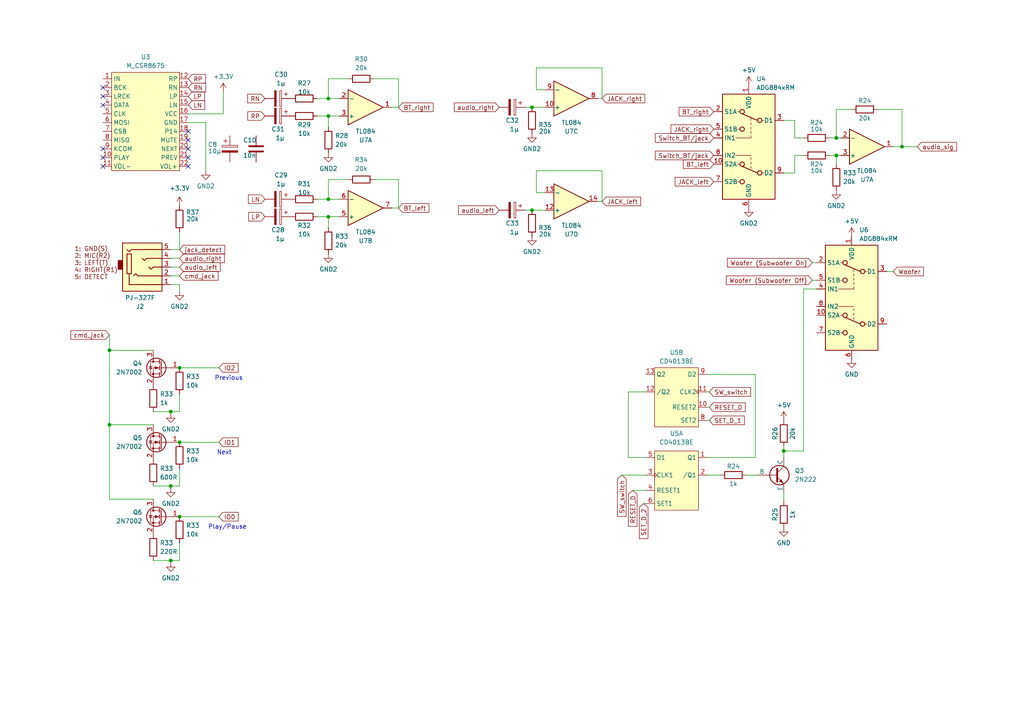
<source format=kicad_sch>
(kicad_sch (version 20230121) (generator eeschema)
  (paper "A4")
  (lib_symbols
    (symbol "1_My_Lib:CD4013BE"
      (property "Reference" "U" (at 0 3.175 0))
      (property "Value" "CD4013BE" (at 0 1.27 0))
      (symbol "CD4013BE_1_1"
        (rectangle (start -6.35 0) (end 6.35 -17.145) (fill (type background)))
        (polyline (pts (xy -6.35 -6.35) (xy -5.715 -6.985) (xy -6.35 -7.62) (xy -6.35 -6.35)))
        (pin passive line (at 8.89 -1.905 180) (length 2.54) (name "Q1") (number "1"))
        (pin passive line (at 8.89 -6.985 180) (length 2.54) (name "/Q1") (number "2"))
        (pin passive line (at -8.89 -6.985 0) (length 2.54) (name "CLK1") (number "3"))
        (pin passive line (at -8.89 -11.43 0) (length 2.54) (name "RESET1") (number "4"))
        (pin passive line (at -8.89 -1.905 0) (length 2.54) (name "D1") (number "5"))
        (pin passive line (at -8.89 -15.24 0) (length 2.54) (name "SET1") (number "6"))
      )
      (symbol "CD4013BE_2_1"
        (rectangle (start -6.35 0) (end 6.35 -17.145) (fill (type background)))
        (polyline (pts (xy -6.35 -6.35) (xy -5.715 -6.985) (xy -6.35 -7.62) (xy -6.35 -6.35)))
        (pin passive line (at -8.89 -11.43 0) (length 2.54) (name "RESET2") (number "10"))
        (pin passive line (at -8.89 -6.985 0) (length 2.54) (name "CLK2") (number "11"))
        (pin passive line (at 8.89 -6.985 180) (length 2.54) (name "/Q2") (number "12"))
        (pin passive line (at 8.89 -1.905 180) (length 2.54) (name "Q2") (number "13"))
        (pin passive line (at -8.89 -15.24 0) (length 2.54) (name "SET2") (number "8"))
        (pin passive line (at -8.89 -1.905 0) (length 2.54) (name "D2") (number "9"))
      )
      (symbol "CD4013BE_3_1"
        (pin passive line (at 0 -3.81 270) (length 2.54) (name "VCC") (number "14"))
        (pin passive line (at 0 -19.685 90) (length 2.54) (name "VSS") (number "7"))
      )
    )
    (symbol "1_My_Lib:M_CSR8675"
      (property "Reference" "U" (at 3.81 1.27 0))
      (property "Value" "M_CSR8675" (at 3.4925 -14.2875 90))
      (symbol "M_CSR8675_1_1"
        (rectangle (start -6.35 0) (end 13.335 -28.575) (fill (type background)))
        (pin passive line (at -8.89 -1.905 0) (length 2.54) (name "IN") (number "1"))
        (pin passive line (at -8.89 -24.765 0) (length 2.54) (name "PLAY") (number "10"))
        (pin passive line (at -8.89 -27.305 0) (length 2.54) (name "VOL-") (number "11"))
        (pin passive line (at 15.875 -1.905 180) (length 2.54) (name "RP") (number "12"))
        (pin passive line (at 15.875 -4.445 180) (length 2.54) (name "RN") (number "13"))
        (pin passive line (at 15.875 -6.985 180) (length 2.54) (name "LP") (number "14"))
        (pin passive line (at 15.875 -9.525 180) (length 2.54) (name "LN") (number "15"))
        (pin passive line (at 15.875 -12.065 180) (length 2.54) (name "VCC") (number "16"))
        (pin passive line (at 15.875 -14.605 180) (length 2.54) (name "GND") (number "17"))
        (pin passive line (at 15.875 -17.145 180) (length 2.54) (name "P14") (number "18"))
        (pin passive line (at 15.875 -19.685 180) (length 2.54) (name "MUTE") (number "19"))
        (pin passive line (at -8.89 -4.445 0) (length 2.54) (name "BCK") (number "2"))
        (pin passive line (at 15.875 -22.225 180) (length 2.54) (name "NEXT") (number "20"))
        (pin passive line (at 15.875 -24.765 180) (length 2.54) (name "PREV") (number "21"))
        (pin passive line (at 15.875 -27.305 180) (length 2.54) (name "VOL+") (number "22"))
        (pin passive line (at -8.89 -6.985 0) (length 2.54) (name "LRCK") (number "3"))
        (pin passive line (at -8.89 -9.525 0) (length 2.54) (name "DATA") (number "4"))
        (pin passive line (at -8.89 -12.065 0) (length 2.54) (name "CLK") (number "5"))
        (pin passive line (at -8.89 -14.605 0) (length 2.54) (name "MOSI") (number "6"))
        (pin passive line (at -8.89 -17.145 0) (length 2.54) (name "CSB") (number "7"))
        (pin passive line (at -8.89 -19.685 0) (length 2.54) (name "MISO") (number "8"))
        (pin passive line (at -8.89 -22.225 0) (length 2.54) (name "KCOM") (number "9"))
      )
    )
    (symbol "Amplifier_Operational:TL084" (pin_names (offset 0.127))
      (property "Reference" "U" (at 0 5.08 0))
      (property "Value" "TL084" (at 0 -5.08 0))
      (symbol "TL084_1_1"
        (polyline (pts (xy -5.08 5.08) (xy 5.08 0) (xy -5.08 -5.08) (xy -5.08 5.08)) (stroke (width 0.254)) (fill (type background)))
        (pin output line (at 7.62 0 180) (length 2.54) (name "~") (number "1"))
        (pin input line (at -7.62 -2.54 0) (length 2.54) (name "-") (number "2"))
        (pin input line (at -7.62 2.54 0) (length 2.54) (name "+") (number "3"))
      )
      (symbol "TL084_2_1"
        (polyline (pts (xy -5.08 5.08) (xy 5.08 0) (xy -5.08 -5.08) (xy -5.08 5.08)) (stroke (width 0.254)) (fill (type background)))
        (pin input line (at -7.62 2.54 0) (length 2.54) (name "+") (number "5"))
        (pin input line (at -7.62 -2.54 0) (length 2.54) (name "-") (number "6"))
        (pin output line (at 7.62 0 180) (length 2.54) (name "~") (number "7"))
      )
      (symbol "TL084_3_1"
        (polyline (pts (xy -5.08 5.08) (xy 5.08 0) (xy -5.08 -5.08) (xy -5.08 5.08)) (stroke (width 0.254)) (fill (type background)))
        (pin input line (at -7.62 2.54 0) (length 2.54) (name "+") (number "10"))
        (pin output line (at 7.62 0 180) (length 2.54) (name "~") (number "8"))
        (pin input line (at -7.62 -2.54 0) (length 2.54) (name "-") (number "9"))
      )
      (symbol "TL084_4_1"
        (polyline (pts (xy -5.08 5.08) (xy 5.08 0) (xy -5.08 -5.08) (xy -5.08 5.08)) (stroke (width 0.254)) (fill (type background)))
        (pin input line (at -7.62 2.54 0) (length 2.54) (name "+") (number "12"))
        (pin input line (at -7.62 -2.54 0) (length 2.54) (name "-") (number "13"))
        (pin output line (at 7.62 0 180) (length 2.54) (name "~") (number "14"))
      )
      (symbol "TL084_5_1"
        (pin power_in line (at -2.54 -7.62 90) (length 3.81) (name "V-") (number "11"))
        (pin power_in line (at -2.54 7.62 270) (length 3.81) (name "V+") (number "4"))
      )
    )
    (symbol "Analog_Switch:ADG884xRM"
      (property "Reference" "U" (at -7.62 16.51 0))
      (property "Value" "ADG884xRM" (at 0.635 16.51 0))
      (symbol "ADG884xRM_0_1"
        (rectangle (start -7.62 15.24) (end 7.62 -15.24) (stroke (width 0.254)) (fill (type background)))
        (circle (center -1.905 -10.16) (radius 0.635) (stroke (width 0.254)))
        (circle (center -1.905 -5.08) (radius 0.635) (stroke (width 0.254)))
        (circle (center -1.905 5.08) (radius 0.635) (stroke (width 0.254)))
        (circle (center -1.905 10.16) (radius 0.635) (stroke (width 0.254)))
        (polyline (pts (xy -3.81 -2.54) (xy 0.635 -2.54)))
        (polyline (pts (xy -3.81 2.54) (xy 0.635 2.54)))
        (polyline (pts (xy -3.175 -10.16) (xy -2.54 -10.16)))
        (polyline (pts (xy -3.175 -5.08) (xy -2.54 -5.08)))
        (polyline (pts (xy -3.175 5.08) (xy -2.54 5.08)))
        (polyline (pts (xy -3.175 10.16) (xy -2.54 10.16)))
        (polyline (pts (xy -1.905 9.525) (xy 2.54 7.62)) (stroke (width 0.254)))
        (polyline (pts (xy 0.635 -5.715) (xy 0.635 -6.35)))
        (polyline (pts (xy 0.635 -4.445) (xy 0.635 -5.08)))
        (polyline (pts (xy 0.635 -3.175) (xy 0.635 -3.81)))
        (polyline (pts (xy 0.635 3.175) (xy 0.635 2.54)))
        (polyline (pts (xy 0.635 4.445) (xy 0.635 3.81)))
        (polyline (pts (xy 0.635 5.715) (xy 0.635 5.08)))
        (polyline (pts (xy 0.635 6.985) (xy 0.635 6.35)))
        (polyline (pts (xy 0.635 8.255) (xy 0.635 7.62)))
        (polyline (pts (xy 2.54 -7.62) (xy -1.905 -5.715)) (stroke (width 0.254)))
        (polyline (pts (xy 4.445 -7.62) (xy 3.81 -7.62)))
        (polyline (pts (xy 4.445 7.62) (xy 3.81 7.62)))
        (circle (center 3.175 -7.62) (radius 0.635) (stroke (width 0.254)))
        (circle (center 3.175 7.62) (radius 0.635) (stroke (width 0.254)))
      )
      (symbol "ADG884xRM_1_1"
        (pin power_in line (at 0 17.78 270) (length 2.54) (name "VDD") (number "1"))
        (pin bidirectional line (at -10.16 -5.08 0) (length 2.54) (name "S2A") (number "10"))
        (pin bidirectional line (at -10.16 10.16 0) (length 2.54) (name "S1A") (number "2"))
        (pin bidirectional line (at 10.16 7.62 180) (length 2.54) (name "D1") (number "3"))
        (pin input line (at -10.16 2.54 0) (length 2.54) (name "IN1") (number "4"))
        (pin bidirectional line (at -10.16 5.08 0) (length 2.54) (name "S1B") (number "5"))
        (pin power_in line (at 0 -17.78 90) (length 2.54) (name "GND") (number "6"))
        (pin bidirectional line (at -10.16 -10.16 0) (length 2.54) (name "S2B") (number "7"))
        (pin input line (at -10.16 -2.54 0) (length 2.54) (name "IN2") (number "8"))
        (pin bidirectional line (at 10.16 -7.62 180) (length 2.54) (name "D2") (number "9"))
      )
    )
    (symbol "Connector_Audio:AudioJack5"
      (property "Reference" "J2" (at -3.81 11.43 0))
      (property "Value" "PJ-327F" (at -3.81 8.89 0))
      (symbol "AudioJack5_0_1"
        (rectangle (start -10.16 0.635) (end -8.89 -1.905) (stroke (width 0.254)) (fill (type outline)))
        (rectangle (start -8.89 6.985) (end 2.54 -6.985) (stroke (width 0.254)) (fill (type background)))
        (polyline (pts (xy -7.62 -5.08) (xy -6.985 -4.445) (xy -6.35 -5.08) (xy 2.54 -5.08)) (stroke (width 0.254)))
        (polyline (pts (xy -5.715 2.54) (xy -5.08 1.905) (xy -4.445 2.54) (xy 2.54 2.54)) (stroke (width 0.254)))
        (polyline (pts (xy -3.175 -2.54) (xy -2.54 -1.905) (xy -1.905 -2.54) (xy 2.54 -2.54)) (stroke (width 0.254)))
        (polyline (pts (xy -1.27 0) (xy -0.635 0.635) (xy 0 0) (xy 2.54 0)) (stroke (width 0.254)))
      )
      (symbol "AudioJack5_1_1"
        (rectangle (start -7.62 1.905) (end -6.35 -3.81) (stroke (width 0.254)))
        (polyline (pts (xy -6.985 5.08) (xy -6.985 1.905)) (stroke (width 0.254)))
        (polyline (pts (xy -6.985 5.08) (xy -5.715 5.08) (xy -5.08 5.08) (xy 2.54 5.08)) (stroke (width 0.254)))
        (text "1: GND(S)\n2: MIC(R2)\n3: LEFT(T)\n4: RIGHT(R1)\n5: DETECT" (at -22.86 -1.27 0) (effects (font (size 1.27 1.27)) (justify left)))
        (pin passive line (at 5.08 5.08 180) (length 2.54) (name "~") (number "1"))
        (pin passive line (at 5.08 2.54 180) (length 2.54) (name "~") (number "2"))
        (pin passive line (at 5.08 0 180) (length 2.54) (name "~") (number "3"))
        (pin passive line (at 5.08 -2.54 180) (length 2.54) (name "~") (number "4"))
        (pin passive line (at 5.08 -5.08 180) (length 2.54) (name "~") (number "5"))
      )
    )
    (symbol "Device:C" (pin_numbers hide) (pin_names (offset 0.254))
      (property "Reference" "C" (at 0.635 2.54 0))
      (property "Value" "C" (at 0.635 -2.54 0))
      (symbol "C_0_1"
        (polyline (pts (xy -2.032 -0.762) (xy 2.032 -0.762)) (stroke (width 0.508)))
        (polyline (pts (xy -2.032 0.762) (xy 2.032 0.762)) (stroke (width 0.508)))
      )
      (symbol "C_1_1"
        (pin passive line (at 0 3.81 270) (length 2.794) (name "~") (number "1"))
        (pin passive line (at 0 -3.81 90) (length 2.794) (name "~") (number "2"))
      )
    )
    (symbol "Device:C_Polarized" (pin_numbers hide) (pin_names (offset 0.254))
      (property "Reference" "C" (at 0.635 2.54 0))
      (property "Value" "C_Polarized" (at 0.635 -2.54 0))
      (symbol "C_Polarized_0_1"
        (rectangle (start -2.286 0.508) (end 2.286 1.016))
        (polyline (pts (xy -1.778 2.286) (xy -0.762 2.286)))
        (polyline (pts (xy -1.27 2.794) (xy -1.27 1.778)))
        (rectangle (start 2.286 -0.508) (end -2.286 -1.016) (fill (type outline)))
      )
      (symbol "C_Polarized_1_1"
        (pin passive line (at 0 3.81 270) (length 2.794) (name "~") (number "1"))
        (pin passive line (at 0 -3.81 90) (length 2.794) (name "~") (number "2"))
      )
    )
    (symbol "Device:R" (pin_numbers hide) (pin_names (offset 0))
      (property "Reference" "R" (at 2.032 0 90))
      (property "Value" "R" (at 0 0 90))
      (symbol "R_0_1"
        (rectangle (start -1.016 -2.54) (end 1.016 2.54) (stroke (width 0.254)))
      )
      (symbol "R_1_1"
        (pin passive line (at 0 3.81 270) (length 1.27) (name "~") (number "1"))
        (pin passive line (at 0 -3.81 90) (length 1.27) (name "~") (number "2"))
      )
    )
    (symbol "Simulation_SPICE:NPN" (pin_numbers hide) (pin_names (offset 0))
      (property "Reference" "Q" (at -2.54 7.62 0))
      (property "Value" "NPN" (at -2.54 5.08 0))
      (symbol "NPN_0_1"
        (polyline (pts (xy -2.54 0) (xy 0.635 0)) (stroke (width 0.1524)))
        (polyline (pts (xy 0.635 0.635) (xy 2.54 2.54)))
        (polyline (pts (xy 2.794 -1.27) (xy 2.794 -1.27)) (stroke (width 0.1524)))
        (polyline (pts (xy 2.794 -1.27) (xy 2.794 -1.27)) (stroke (width 0.1524)))
        (polyline (pts (xy 0.635 -0.635) (xy 2.54 -2.54) (xy 2.54 -2.54)))
        (polyline (pts (xy 0.635 1.905) (xy 0.635 -1.905) (xy 0.635 -1.905)) (stroke (width 0.508)))
        (polyline (pts (xy 1.27 -1.778) (xy 1.778 -1.27) (xy 2.286 -2.286) (xy 1.27 -1.778) (xy 1.27 -1.778)) (fill (type outline)))
        (circle (center 1.27 0) (radius 2.8194) (stroke (width 0.254)))
      )
      (symbol "NPN_1_1"
        (pin open_collector line (at 2.54 5.08 270) (length 2.54) (name "C") (number "1"))
        (pin input line (at -5.08 0 0) (length 2.54) (name "B") (number "2"))
        (pin open_emitter line (at 2.54 -5.08 90) (length 2.54) (name "E") (number "3"))
      )
    )
    (symbol "Transistor_FET:2N7002" (pin_names hide)
      (property "Reference" "Q" (at 5.08 1.905 0))
      (property "Value" "2N7002" (at 5.08 0 0))
      (symbol "2N7002_0_1"
        (polyline (pts (xy 0.254 0) (xy -2.54 0)))
        (polyline (pts (xy 0.254 1.905) (xy 0.254 -1.905)) (stroke (width 0.254)))
        (polyline (pts (xy 0.762 -1.27) (xy 0.762 -2.286)) (stroke (width 0.254)))
        (polyline (pts (xy 0.762 0.508) (xy 0.762 -0.508)) (stroke (width 0.254)))
        (polyline (pts (xy 0.762 2.286) (xy 0.762 1.27)) (stroke (width 0.254)))
        (polyline (pts (xy 2.54 2.54) (xy 2.54 1.778)))
        (polyline (pts (xy 2.54 -2.54) (xy 2.54 0) (xy 0.762 0)))
        (polyline (pts (xy 0.762 -1.778) (xy 3.302 -1.778) (xy 3.302 1.778) (xy 0.762 1.778)))
        (polyline (pts (xy 1.016 0) (xy 2.032 0.381) (xy 2.032 -0.381) (xy 1.016 0)) (fill (type outline)))
        (polyline (pts (xy 2.794 0.508) (xy 2.921 0.381) (xy 3.683 0.381) (xy 3.81 0.254)))
        (polyline (pts (xy 3.302 0.381) (xy 2.921 -0.254) (xy 3.683 -0.254) (xy 3.302 0.381)))
        (circle (center 1.651 0) (radius 2.794) (stroke (width 0.254)))
        (circle (center 2.54 -1.778) (radius 0.254) (fill (type outline)))
        (circle (center 2.54 1.778) (radius 0.254) (fill (type outline)))
      )
      (symbol "2N7002_1_1"
        (pin input line (at -5.08 0 0) (length 2.54) (name "G") (number "1"))
        (pin passive line (at 2.54 -5.08 90) (length 2.54) (name "S") (number "2"))
        (pin passive line (at 2.54 5.08 270) (length 2.54) (name "D") (number "3"))
      )
    )
    (symbol "power:+3.3V" (power) (pin_names (offset 0))
      (property "Value" "+3.3V" (at 0 3.556 0))
      (symbol "+3.3V_0_1"
        (polyline (pts (xy -0.762 1.27) (xy 0 2.54)))
        (polyline (pts (xy 0 0) (xy 0 2.54)))
        (polyline (pts (xy 0 2.54) (xy 0.762 1.27)))
      )
      (symbol "+3.3V_1_1"
        (pin power_in line (at 0 0 90) (length 0) hide (name "+3.3V") (number "1"))
      )
    )
    (symbol "power:+5V" (power) (pin_names (offset 0))
      (property "Value" "+5V" (at 0 3.556 0))
      (symbol "+5V_0_1"
        (polyline (pts (xy -0.762 1.27) (xy 0 2.54)))
        (polyline (pts (xy 0 0) (xy 0 2.54)))
        (polyline (pts (xy 0 2.54) (xy 0.762 1.27)))
      )
      (symbol "+5V_1_1"
        (pin power_in line (at 0 0 90) (length 0) hide (name "+5V") (number "1"))
      )
    )
    (symbol "power:GND" (power) (pin_names (offset 0))
      (property "Value" "GND" (at 0 -3.81 0))
      (symbol "GND_0_1"
        (polyline (pts (xy 0 0) (xy 0 -1.27) (xy 1.27 -1.27) (xy 0 -2.54) (xy -1.27 -1.27) (xy 0 -1.27)))
      )
      (symbol "GND_1_1"
        (pin power_in line (at 0 0 270) (length 0) hide (name "GND") (number "1"))
      )
    )
    (symbol "power:GND2" (power) (pin_names (offset 0))
      (property "Value" "GND2" (at 0 -3.81 0))
      (symbol "GND2_0_1"
        (polyline (pts (xy 0 0) (xy 0 -1.27) (xy 1.27 -1.27) (xy 0 -2.54) (xy -1.27 -1.27) (xy 0 -1.27)))
      )
      (symbol "GND2_1_1"
        (pin power_in line (at 0 0 270) (length 0) hide (name "GND2") (number "1"))
      )
    )
  )
  (junction (at 49.53 162.56))
  (junction (at 95.25 28.575))
  (junction (at 49.53 140.97))
  (junction (at 95.25 57.785))
  (junction (at 154.305 31.115))
  (junction (at 31.75 123.19))
  (junction (at 95.25 62.865))
  (junction (at 31.75 101.6))
  (junction (at 49.53 119.38))
  (junction (at 52.07 106.68))
  (junction (at 154.305 60.96))
  (junction (at 227.33 130.81))
  (junction (at 52.07 128.27))
  (junction (at 242.57 45.085))
  (junction (at 242.57 40.005))
  (junction (at 261.62 42.545))
  (junction (at 95.25 33.655))
  (junction (at 52.07 149.86))
  (no_connect (at 54.61 48.26))
  (no_connect (at 54.61 40.64))
  (no_connect (at 29.845 45.72))
  (no_connect (at 29.845 43.18))
  (no_connect (at 54.61 43.18))
  (no_connect (at 54.61 38.1))
  (no_connect (at 54.61 45.72))
  (no_connect (at 29.845 27.94))
  (no_connect (at 29.845 25.4))
  (no_connect (at 29.845 30.48))
  (no_connect (at 29.845 48.26))
  (wire (pts (xy 227.33 142.875) (xy 227.33 145.415)))
  (wire (pts (xy 49.53 82.55) (xy 52.07 82.55)))
  (wire (pts (xy 95.25 22.86) (xy 95.25 28.575)))
  (wire (pts (xy 254.635 31.75) (xy 261.62 31.75)))
  (wire (pts (xy 52.07 82.55) (xy 52.07 84.455)))
  (wire (pts (xy 180.34 137.795) (xy 187.325 137.795)))
  (wire (pts (xy 52.07 67.31) (xy 52.07 72.39)))
  (wire (pts (xy 113.665 31.115) (xy 115.57 31.115)))
  (wire (pts (xy 59.69 35.56) (xy 59.69 49.53)))
  (wire (pts (xy 174.625 19.685) (xy 174.625 28.575)))
  (wire (pts (xy 158.115 55.88) (xy 155.575 55.88)))
  (wire (pts (xy 205.105 137.795) (xy 208.915 137.795)))
  (wire (pts (xy 92.075 28.575) (xy 95.25 28.575)))
  (wire (pts (xy 257.175 78.74) (xy 259.08 78.74)))
  (wire (pts (xy 155.575 26.035) (xy 155.575 19.685)))
  (wire (pts (xy 152.4 60.96) (xy 154.305 60.96)))
  (wire (pts (xy 187.325 113.665) (xy 182.245 113.665)))
  (wire (pts (xy 152.4 31.115) (xy 154.305 31.115)))
  (wire (pts (xy 219.075 132.715) (xy 205.105 132.715)))
  (wire (pts (xy 49.53 140.97) (xy 44.45 140.97)))
  (wire (pts (xy 216.535 137.795) (xy 219.71 137.795)))
  (wire (pts (xy 95.25 62.865) (xy 98.425 62.865)))
  (wire (pts (xy 100.965 52.07) (xy 95.25 52.07)))
  (wire (pts (xy 205.105 121.92) (xy 205.74 121.92)))
  (wire (pts (xy 242.57 45.085) (xy 243.84 45.085)))
  (wire (pts (xy 219.075 108.585) (xy 219.075 132.715)))
  (wire (pts (xy 95.25 28.575) (xy 98.425 28.575)))
  (wire (pts (xy 49.53 80.01) (xy 52.07 80.01)))
  (wire (pts (xy 95.25 62.865) (xy 95.25 66.04)))
  (wire (pts (xy 49.53 162.56) (xy 49.53 163.195)))
  (wire (pts (xy 115.57 52.07) (xy 115.57 60.325)))
  (wire (pts (xy 240.665 40.005) (xy 242.57 40.005)))
  (wire (pts (xy 205.105 118.11) (xy 205.74 118.11)))
  (wire (pts (xy 52.07 114.3) (xy 52.07 119.38)))
  (wire (pts (xy 92.075 57.785) (xy 95.25 57.785)))
  (wire (pts (xy 261.62 31.75) (xy 261.62 42.545)))
  (wire (pts (xy 235.585 76.2) (xy 236.855 76.2)))
  (wire (pts (xy 155.575 49.53) (xy 174.625 49.53)))
  (wire (pts (xy 100.965 22.86) (xy 95.25 22.86)))
  (wire (pts (xy 233.045 83.82) (xy 236.855 83.82)))
  (wire (pts (xy 31.75 97.155) (xy 31.75 101.6)))
  (wire (pts (xy 242.57 45.085) (xy 242.57 47.625)))
  (wire (pts (xy 155.575 19.685) (xy 174.625 19.685)))
  (wire (pts (xy 205.105 113.665) (xy 205.74 113.665)))
  (wire (pts (xy 227.33 50.165) (xy 230.505 50.165)))
  (wire (pts (xy 115.57 22.86) (xy 115.57 31.115)))
  (wire (pts (xy 247.015 31.75) (xy 242.57 31.75)))
  (wire (pts (xy 52.07 140.97) (xy 49.53 140.97)))
  (wire (pts (xy 95.25 33.655) (xy 98.425 33.655)))
  (wire (pts (xy 49.53 119.38) (xy 44.45 119.38)))
  (wire (pts (xy 54.61 33.02) (xy 64.77 33.02)))
  (wire (pts (xy 174.625 28.575) (xy 173.355 28.575)))
  (wire (pts (xy 182.245 132.715) (xy 187.325 132.715)))
  (wire (pts (xy 227.33 130.81) (xy 227.33 132.715)))
  (wire (pts (xy 49.53 74.93) (xy 52.07 74.93)))
  (wire (pts (xy 227.33 34.925) (xy 230.505 34.925)))
  (wire (pts (xy 31.75 101.6) (xy 31.75 123.19)))
  (wire (pts (xy 259.08 42.545) (xy 261.62 42.545)))
  (wire (pts (xy 155.575 55.88) (xy 155.575 49.53)))
  (wire (pts (xy 52.07 106.68) (xy 63.5 106.68)))
  (wire (pts (xy 52.07 72.39) (xy 49.53 72.39)))
  (wire (pts (xy 230.505 40.005) (xy 233.045 40.005)))
  (wire (pts (xy 108.585 22.86) (xy 115.57 22.86)))
  (wire (pts (xy 92.075 33.655) (xy 95.25 33.655)))
  (wire (pts (xy 95.25 57.785) (xy 98.425 57.785)))
  (wire (pts (xy 174.625 58.42) (xy 173.355 58.42)))
  (wire (pts (xy 230.505 45.085) (xy 233.045 45.085)))
  (wire (pts (xy 154.305 60.96) (xy 158.115 60.96)))
  (wire (pts (xy 92.075 62.865) (xy 95.25 62.865)))
  (wire (pts (xy 49.53 162.56) (xy 44.45 162.56)))
  (wire (pts (xy 44.45 101.6) (xy 31.75 101.6)))
  (wire (pts (xy 186.69 146.05) (xy 187.325 146.05)))
  (wire (pts (xy 108.585 52.07) (xy 115.57 52.07)))
  (wire (pts (xy 242.57 40.005) (xy 243.84 40.005)))
  (wire (pts (xy 52.07 149.86) (xy 63.5 149.86)))
  (wire (pts (xy 235.585 81.28) (xy 236.855 81.28)))
  (wire (pts (xy 49.53 140.97) (xy 49.53 141.605)))
  (wire (pts (xy 240.665 45.085) (xy 242.57 45.085)))
  (wire (pts (xy 227.33 130.81) (xy 233.045 130.81)))
  (wire (pts (xy 230.505 34.925) (xy 230.505 40.005)))
  (wire (pts (xy 227.33 129.54) (xy 227.33 130.81)))
  (wire (pts (xy 95.25 33.655) (xy 95.25 36.83)))
  (wire (pts (xy 54.61 35.56) (xy 59.69 35.56)))
  (wire (pts (xy 49.53 77.47) (xy 52.07 77.47)))
  (wire (pts (xy 44.45 144.78) (xy 31.75 144.78)))
  (wire (pts (xy 158.115 26.035) (xy 155.575 26.035)))
  (wire (pts (xy 205.105 108.585) (xy 219.075 108.585)))
  (wire (pts (xy 174.625 49.53) (xy 174.625 58.42)))
  (wire (pts (xy 242.57 31.75) (xy 242.57 40.005)))
  (wire (pts (xy 52.07 135.89) (xy 52.07 140.97)))
  (wire (pts (xy 261.62 42.545) (xy 266.065 42.545)))
  (wire (pts (xy 52.07 157.48) (xy 52.07 162.56)))
  (wire (pts (xy 183.515 142.24) (xy 187.325 142.24)))
  (wire (pts (xy 233.045 130.81) (xy 233.045 83.82)))
  (wire (pts (xy 52.07 162.56) (xy 49.53 162.56)))
  (wire (pts (xy 49.53 119.38) (xy 49.53 120.015)))
  (wire (pts (xy 64.77 33.02) (xy 64.77 26.67)))
  (wire (pts (xy 154.305 31.115) (xy 158.115 31.115)))
  (wire (pts (xy 230.505 50.165) (xy 230.505 45.085)))
  (wire (pts (xy 52.07 119.38) (xy 49.53 119.38)))
  (wire (pts (xy 95.25 52.07) (xy 95.25 57.785)))
  (wire (pts (xy 182.245 113.665) (xy 182.245 132.715)))
  (wire (pts (xy 31.75 123.19) (xy 31.75 144.78)))
  (wire (pts (xy 44.45 123.19) (xy 31.75 123.19)))
  (wire (pts (xy 113.665 60.325) (xy 115.57 60.325)))
  (wire (pts (xy 52.07 128.27) (xy 63.5 128.27)))
  (text "Play/Pause" (at 60.325 153.67 0) (effects (font (size 1.27 1.27)) (justify left bottom)))
  (text "Previous" (at 62.23 110.49 0) (effects (font (size 1.27 1.27)) (justify left bottom)))
  (text "Next" (at 62.865 132.08 0) (effects (font (size 1.27 1.27)) (justify left bottom)))
  (global_label "LN" (shape input) (at 54.61 30.48 0) (property "Intersheetrefs" "${INTERSHEET_REFS}" (effects hide)))
  (global_label "LP" (shape input) (at 76.835 62.865 180) (property "Intersheetrefs" "${INTERSHEET_REFS}" (effects hide)))
  (global_label "Woofer" (shape input) (at 259.08 78.74 0) (property "Intersheetrefs" "${INTERSHEET_REFS}" (effects hide)))
  (global_label "SET_D_2" (shape input) (at 186.69 146.05 270) (property "Intersheetrefs" "${INTERSHEET_REFS}" (effects hide)))
  (global_label "BT_left" (shape input) (at 207.01 47.625 180) (property "Intersheetrefs" "${INTERSHEET_REFS}" (effects hide)))
  (global_label "RESET_D" (shape input) (at 183.515 142.24 270) (property "Intersheetrefs" "${INTERSHEET_REFS}" (effects hide)))
  (global_label "audio_right" (shape input) (at 144.78 31.115 180) (property "Intersheetrefs" "${INTERSHEET_REFS}" (effects hide)))
  (global_label "Woofer (Subwoofer On)" (shape input) (at 235.585 76.2 180) (property "Intersheetrefs" "${INTERSHEET_REFS}" (effects hide)))
  (global_label "RP" (shape input) (at 54.61 22.86 0) (property "Intersheetrefs" "${INTERSHEET_REFS}" (effects hide)))
  (global_label "Switch_BT{slash}jack" (shape input) (at 207.01 40.005 180) (property "Intersheetrefs" "${INTERSHEET_REFS}" (effects hide)))
  (global_label "LN" (shape input) (at 76.835 57.785 180) (property "Intersheetrefs" "${INTERSHEET_REFS}" (effects hide)))
  (global_label "JACK_right" (shape input) (at 174.625 28.575 0) (property "Intersheetrefs" "${INTERSHEET_REFS}" (effects hide)))
  (global_label "audio_left" (shape input) (at 52.07 77.47 0) (property "Intersheetrefs" "${INTERSHEET_REFS}" (effects hide)))
  (global_label "RN" (shape input) (at 54.61 25.4 0) (property "Intersheetrefs" "${INTERSHEET_REFS}" (effects hide)))
  (global_label "cmd_jack" (shape input) (at 31.75 97.155 180) (property "Intersheetrefs" "${INTERSHEET_REFS}" (effects hide)))
  (global_label "cmd_jack" (shape input) (at 52.07 80.01 0) (property "Intersheetrefs" "${INTERSHEET_REFS}" (effects hide)))
  (global_label "JACK_left" (shape input) (at 174.625 58.42 0) (property "Intersheetrefs" "${INTERSHEET_REFS}" (effects hide)))
  (global_label "audio_right" (shape input) (at 52.07 74.93 0) (property "Intersheetrefs" "${INTERSHEET_REFS}" (effects hide)))
  (global_label "BT_left" (shape input) (at 115.57 60.325 0) (property "Intersheetrefs" "${INTERSHEET_REFS}" (effects hide)))
  (global_label "IO2" (shape input) (at 63.5 106.68 0) (property "Intersheetrefs" "${INTERSHEET_REFS}" (effects hide)))
  (global_label "Switch_BT{slash}jack" (shape input) (at 207.01 45.085 180) (property "Intersheetrefs" "${INTERSHEET_REFS}" (effects hide)))
  (global_label "RP" (shape input) (at 76.835 33.655 180) (property "Intersheetrefs" "${INTERSHEET_REFS}" (effects hide)))
  (global_label "BT_right" (shape input) (at 115.57 31.115 0) (property "Intersheetrefs" "${INTERSHEET_REFS}" (effects hide)))
  (global_label "LP" (shape input) (at 54.61 27.94 0) (property "Intersheetrefs" "${INTERSHEET_REFS}" (effects hide)))
  (global_label "IO1" (shape input) (at 63.5 128.27 0) (property "Intersheetrefs" "${INTERSHEET_REFS}" (effects hide)))
  (global_label "SW_switch" (shape input) (at 180.34 137.795 270) (property "Intersheetrefs" "${INTERSHEET_REFS}" (effects hide)))
  (global_label "JACK_right" (shape input) (at 207.01 37.465 180) (property "Intersheetrefs" "${INTERSHEET_REFS}" (effects hide)))
  (global_label "audio_sig" (shape input) (at 266.065 42.545 0) (property "Intersheetrefs" "${INTERSHEET_REFS}" (effects hide)))
  (global_label "SW_switch" (shape input) (at 205.74 113.665 0) (property "Intersheetrefs" "${INTERSHEET_REFS}" (effects hide)))
  (global_label "RESET_D" (shape input) (at 205.74 118.11 0) (property "Intersheetrefs" "${INTERSHEET_REFS}" (effects hide)))
  (global_label "audio_left" (shape input) (at 144.78 60.96 180) (property "Intersheetrefs" "${INTERSHEET_REFS}" (effects hide)))
  (global_label "Woofer (Subwoofer Off)" (shape input) (at 235.585 81.28 180) (property "Intersheetrefs" "${INTERSHEET_REFS}" (effects hide)))
  (global_label "IO0" (shape input) (at 63.5 149.86 0) (property "Intersheetrefs" "${INTERSHEET_REFS}" (effects hide)))
  (global_label "SET_D_1" (shape input) (at 205.74 121.92 0) (property "Intersheetrefs" "${INTERSHEET_REFS}" (effects hide)))
  (global_label "BT_right" (shape input) (at 207.01 32.385 180) (property "Intersheetrefs" "${INTERSHEET_REFS}" (effects hide)))
  (global_label "jack_detect" (shape input) (at 52.07 72.39 0) (property "Intersheetrefs" "${INTERSHEET_REFS}" (effects hide)))
  (global_label "JACK_left" (shape input) (at 207.01 52.705 180) (property "Intersheetrefs" "${INTERSHEET_REFS}" (effects hide)))
  (global_label "RN" (shape input) (at 76.835 28.575 180) (property "Intersheetrefs" "${INTERSHEET_REFS}" (effects hide)))
  (symbol (lib_id "Device:R") (at 52.07 153.67 0) (unit 1)
    (property "Reference" "R33" (at 53.975 152.4 0) (effects (justify left)))
    (property "Value" "10k" (at 53.975 154.94 0) (effects (justify left)))
  )
  (symbol (lib_id "power:GND2") (at 49.53 163.195 0) (unit 1)
    (property "Reference" "#PWR08" (effects hide))
    (property "Value" "GND2" (at 49.53 167.64 0))
  )
  (symbol (lib_id "power:+5V") (at 247.015 68.58 0) (unit 1)
    (property "Reference" "#PWR025" (effects hide))
    (property "Value" "+5V" (at 247.015 64.135 0))
  )
  (symbol (lib_id "Device:R") (at 242.57 51.435 0) (unit 1)
    (property "Reference" "R33" (at 244.475 50.165 0) (effects (justify left)))
    (property "Value" "20k" (at 244.475 52.705 0) (effects (justify left)))
  )
  (symbol (lib_id "Device:C_Polarized") (at 80.645 57.785 270) (unit 1)
    (property "Reference" "C29" (at 81.534 50.8 90))
    (property "Value" "1µ" (at 81.534 53.34 90))
  )
  (symbol (lib_id "Device:R") (at 212.725 137.795 90) (unit 1)
    (property "Reference" "R24" (at 212.725 135.255 90))
    (property "Value" "1k" (at 212.725 140.335 90))
  )
  (symbol (lib_id "power:GND") (at 247.015 104.14 0) (unit 1)
    (property "Reference" "#PWR022" (effects hide))
    (property "Value" "GND" (at 247.015 108.585 0))
  )
  (symbol (lib_id "Device:R") (at 44.45 115.57 0) (unit 1)
    (property "Reference" "R33" (at 46.355 114.3 0) (effects (justify left)))
    (property "Value" "1k" (at 46.355 116.84 0) (effects (justify left)))
  )
  (symbol (lib_id "Device:R") (at 52.07 63.5 0) (unit 1)
    (property "Reference" "R37" (at 55.88 61.595 0))
    (property "Value" "20k" (at 55.88 63.5 0))
  )
  (symbol (lib_id "Amplifier_Operational:TL084") (at 251.46 42.545 0) (mirror x) (unit 1)
    (property "Reference" "U7" (at 251.46 52.07 0))
    (property "Value" "TL084" (at 251.46 49.53 0))
    (property "Footprint" "Package_SO:SO-14_3.9x8.65mm_P1.27mm" (effects hide))
    (property "Datasheet" "http://www.ti.com/lit/ds/symlink/tl081.pdf" (effects hide))
  )
  (symbol (lib_id "Device:R") (at 227.33 125.73 180) (unit 1)
    (property "Reference" "R26" (at 224.79 125.73 90))
    (property "Value" "20k" (at 229.87 125.73 90))
  )
  (symbol (lib_id "Device:R") (at 88.265 62.865 270) (unit 1)
    (property "Reference" "R32" (at 88.265 65.405 90))
    (property "Value" "10k" (at 88.265 67.945 90))
  )
  (symbol (lib_id "Amplifier_Operational:TL084") (at 165.735 58.42 0) (mirror x) (unit 4)
    (property "Reference" "U7" (at 165.735 67.945 0))
    (property "Value" "TL084" (at 165.735 65.405 0))
    (property "Footprint" "Package_SO:SO-14_3.9x8.65mm_P1.27mm" (effects hide))
    (property "Datasheet" "http://www.ti.com/lit/ds/symlink/tl081.pdf" (effects hide))
  )
  (symbol (lib_id "power:GND") (at 227.33 153.035 0) (unit 1)
    (property "Reference" "#PWR021" (effects hide))
    (property "Value" "GND" (at 227.33 157.48 0))
  )
  (symbol (lib_id "power:GND2") (at 154.305 38.735 0) (unit 1)
    (property "Reference" "#PWR08" (effects hide))
    (property "Value" "GND2" (at 154.305 43.18 0))
  )
  (symbol (lib_id "Device:C") (at 74.295 43.18 0) (unit 1)
    (property "Reference" "C10" (at 70.485 40.64 0) (effects (justify left)))
    (property "Value" "10n" (at 70.485 45.085 0) (effects (justify left)))
    (property "Footprint" "Capacitor_SMD:C_0805_2012Metric_Pad1.18x1.45mm_HandSolder" (effects hide))
    (instances (project "Equalizer_classe_D" (path "" (reference "C10") (unit 1)) (path "" (reference "C75") (unit 1)) (path "" (reference "C18") (unit 1)) (path "" (reference "C86") (unit 1))))
  )
  (symbol (lib_id "power:GND2") (at 217.17 60.325 0) (unit 1)
    (property "Reference" "#PWR08" (effects hide))
    (property "Value" "GND2" (at 217.17 64.77 0))
  )
  (symbol (lib_id "Device:R") (at 104.775 52.07 270) (unit 1)
    (property "Reference" "R34" (at 104.775 46.355 90))
    (property "Value" "20k" (at 104.775 48.895 90))
  )
  (symbol (lib_id "Device:C_Polarized") (at 148.59 31.115 270) (unit 1)
    (property "Reference" "C32" (at 148.59 34.925 90))
    (property "Value" "1µ" (at 149.225 37.465 90))
  )
  (symbol (lib_id "power:GND2") (at 242.57 55.245 0) (unit 1)
    (property "Reference" "#PWR08" (effects hide))
    (property "Value" "GND2" (at 242.57 59.69 0))
  )
  (symbol (lib_id "1_My_Lib:CD4013BE") (at 196.215 106.68 0) (mirror y) (unit 2)
    (property "Reference" "U5" (at 196.215 102.235 0))
    (property "Value" "CD4013BE" (at 196.215 104.775 0))
    (property "Datasheet" "https://www.ti.com/lit/ds/symlink/cd4013b.pdf?ts=1732090533954&ref_url=https%253A%252F%252Fwww.mouser.cn%252F" (effects hide))
    (property "Commande" "https://fr.aliexpress.com/item/1005006134807277.html?spm=a2g0o.productlist.main.1.70eabbs4bbs4yJ&algo_pvid=3c96bbd2-3bbf-449a-9668-1006624424cb&utparam-url=scene%3Asearch%7Cquery_from%3A" (effects hide))
  )
  (symbol (lib_id "Analog_Switch:ADG884xRM") (at 217.17 42.545 0) (unit 1)
    (property "Reference" "U4" (at 219.3641 22.86 0) (effects (justify left)))
    (property "Value" "ADG884xRM" (at 219.3641 25.4 0) (effects (justify left)))
    (property "Footprint" "Package_SO:MSOP-10_3x3mm_P0.5mm" (effects hide))
    (property "Datasheet" "https://www.analog.com/media/en/technical-documentation/data-sheets/ADG884.pdf" (effects hide))
    (property "Commande" "https://fr.aliexpress.com/item/1005003642172870.html?spm=a2g0o.productlist.main.3.1dc64fb6JM6lq8&algo_pvid=a9244e79-d03f-496f-a264-a90ba525c9de&utparam-url=scene%3Asearch%7Cquery_from%3A" (effects hide))
  )
  (symbol (lib_id "power:+3.3V") (at 64.77 26.67 0) (unit 1)
    (property "Reference" "#PWR038" (effects hide))
    (property "Value" "+3.3V" (at 64.77 22.225 0))
  )
  (symbol (lib_id "Device:R") (at 44.45 158.75 0) (unit 1)
    (property "Reference" "R33" (at 46.355 157.48 0) (effects (justify left)))
    (property "Value" "220R" (at 46.355 160.02 0) (effects (justify left)))
  )
  (symbol (lib_id "Amplifier_Operational:TL084") (at 106.045 31.115 0) (mirror x) (unit 1)
    (property "Reference" "U7" (at 106.045 40.64 0))
    (property "Value" "TL084" (at 106.045 38.1 0))
    (property "Footprint" "Package_SO:SO-14_3.9x8.65mm_P1.27mm" (effects hide))
    (property "Datasheet" "http://www.ti.com/lit/ds/symlink/tl081.pdf" (effects hide))
  )
  (symbol (lib_id "power:GND2") (at 95.25 44.45 0) (unit 1)
    (property "Reference" "#PWR08" (effects hide))
    (property "Value" "GND2" (at 95.25 48.895 0))
  )
  (symbol (lib_id "1_My_Lib:CD4013BE") (at 196.215 130.81 0) (unit 1)
    (property "Reference" "U5" (at 196.215 125.73 0))
    (property "Value" "CD4013BE" (at 196.215 128.27 0))
    (property "Datasheet" "https://www.ti.com/lit/ds/symlink/cd4013b.pdf?ts=1732090533954&ref_url=https%253A%252F%252Fwww.mouser.cn%252F" (effects hide))
    (property "Commande" "https://fr.aliexpress.com/item/1005006134807277.html?spm=a2g0o.productlist.main.1.70eabbs4bbs4yJ&algo_pvid=3c96bbd2-3bbf-449a-9668-1006624424cb&utparam-url=scene%3Asearch%7Cquery_from%3A" (effects hide))
  )
  (symbol (lib_id "Device:R") (at 250.825 31.75 90) (unit 1)
    (property "Reference" "R24" (at 250.825 29.21 90))
    (property "Value" "20k" (at 250.825 34.29 90))
  )
  (symbol (lib_id "power:GND2") (at 52.07 84.455 0) (unit 1)
    (property "Reference" "#PWR08" (effects hide))
    (property "Value" "GND2" (at 52.07 88.9 0))
  )
  (symbol (lib_id "Amplifier_Operational:TL084") (at 165.735 28.575 0) (mirror x) (unit 3)
    (property "Reference" "U7" (at 165.735 38.1 0))
    (property "Value" "TL084" (at 165.735 35.56 0))
    (property "Footprint" "Package_SO:SO-14_3.9x8.65mm_P1.27mm" (effects hide))
    (property "Datasheet" "http://www.ti.com/lit/ds/symlink/tl081.pdf" (effects hide))
  )
  (symbol (lib_id "power:GND2") (at 154.305 68.58 0) (unit 1)
    (property "Reference" "#PWR08" (effects hide))
    (property "Value" "GND2" (at 154.305 73.025 0))
  )
  (symbol (lib_id "power:GND2") (at 49.53 141.605 0) (unit 1)
    (property "Reference" "#PWR08" (effects hide))
    (property "Value" "GND2" (at 49.53 146.05 0))
  )
  (symbol (lib_id "Device:R") (at 52.07 110.49 0) (unit 1)
    (property "Reference" "R33" (at 53.975 109.22 0) (effects (justify left)))
    (property "Value" "10k" (at 53.975 111.76 0) (effects (justify left)))
  )
  (symbol (lib_id "power:GND2") (at 59.69 49.53 0) (unit 1)
    (property "Reference" "#PWR08" (effects hide))
    (property "Value" "GND2" (at 59.69 53.975 0))
  )
  (symbol (lib_id "Device:R") (at 236.855 40.005 90) (unit 1)
    (property "Reference" "R24" (at 236.855 35.56 90))
    (property "Value" "10k" (at 236.855 37.465 90))
  )
  (symbol (lib_id "power:GND2") (at 49.53 120.015 0) (unit 1)
    (property "Reference" "#PWR08" (effects hide))
    (property "Value" "GND2" (at 49.53 124.46 0))
  )
  (symbol (lib_id "Device:R") (at 236.855 45.085 90) (unit 1)
    (property "Reference" "R24" (at 236.855 47.625 90))
    (property "Value" "10k" (at 236.855 49.53 90))
  )
  (symbol (lib_id "1_My_Lib:M_CSR8675") (at 38.735 20.955 0) (unit 1)
    (property "Reference" "U3" (at 42.2275 16.51 0))
    (property "Value" "M_CSR8675" (at 42.2275 19.05 0))
    (property "Commande" "https://fr.aliexpress.com/item/1005001419138734.html?spm=a2g0o.detail.pcDetailTopMoreOtherSeller.3.4964PQSRPQSRJl&gps-id=pcDetailTopMoreOtherSeller&scm=1007.40050.354490.0&scm_id=1007.40050.354490.0&scm-url=1007.40050.354490.0&pvid=d4e871a2-9791-4301-afa0-f6c2931a2cc8&_t=gps-id:pcDetailTopMoreOtherSeller,scm-url:1007.40050.354490.0,pvid:d4e871a2-9791-4301-afa0-f6c2931a2cc8,tpp_buckets:668%232846%238108%231977&utparam-url=scene%3ApcDetailTopMoreOtherSeller%7Cquery_from%3A#nav-review" (effects hide))
    (property "Commande2" "https://fr.aliexpress.com/item/1005005650727826.html?src=google&gatewayAdapt=glo2fra#nav-specification" (effects hide))
  )
  (symbol (lib_id "Device:C_Polarized") (at 80.645 62.865 270) (unit 1)
    (property "Reference" "C28" (at 80.645 66.675 90))
    (property "Value" "1µ" (at 81.28 69.215 90))
  )
  (symbol (lib_id "power:+5V") (at 217.17 24.765 0) (unit 1)
    (property "Reference" "#PWR035" (effects hide))
    (property "Value" "+5V" (at 217.17 20.32 0))
  )
  (symbol (lib_id "power:GND2") (at 95.25 73.66 0) (unit 1)
    (property "Reference" "#PWR08" (effects hide))
    (property "Value" "GND2" (at 95.25 78.105 0))
  )
  (symbol (lib_id "Device:R") (at 154.305 34.925 0) (unit 1)
    (property "Reference" "R35" (at 158.115 36.195 0))
    (property "Value" "20k" (at 158.115 38.1 0))
  )
  (symbol (lib_id "power:+3.3V") (at 52.07 59.69 0) (unit 1)
    (property "Reference" "#PWR026" (effects hide))
    (property "Value" "+3.3V" (at 52.07 54.61 0))
  )
  (symbol (lib_id "Analog_Switch:ADG884xRM") (at 247.015 86.36 0) (unit 1)
    (property "Reference" "U6" (at 249.2091 66.675 0) (effects (justify left)))
    (property "Value" "ADG884xRM" (at 249.2091 69.215 0) (effects (justify left)))
    (property "Footprint" "Package_SO:MSOP-10_3x3mm_P0.5mm" (effects hide))
    (property "Datasheet" "https://www.analog.com/media/en/technical-documentation/data-sheets/ADG884.pdf" (effects hide))
    (property "Commande" "https://fr.aliexpress.com/item/1005003642172870.html?spm=a2g0o.productlist.main.3.1dc64fb6JM6lq8&algo_pvid=a9244e79-d03f-496f-a264-a90ba525c9de&utparam-url=scene%3Asearch%7Cquery_from%3A" (effects hide))
  )
  (symbol (lib_id "Transistor_FET:2N7002") (at 46.99 106.68 0) (mirror y) (unit 1)
    (property "Reference" "Q4" (at 41.275 105.41 0) (effects (justify left)))
    (property "Value" "2N7002" (at 41.275 107.95 0) (effects (justify left)))
    (property "Footprint" "Package_TO_SOT_SMD:SOT-23" (effects hide))
    (property "Datasheet" "https://www.onsemi.com/pub/Collateral/NDS7002A-D.PDF" (effects hide))
  )
  (symbol (lib_id "Device:R") (at 104.775 22.86 270) (unit 1)
    (property "Reference" "R30" (at 104.775 17.145 90))
    (property "Value" "20k" (at 104.775 19.685 90))
  )
  (symbol (lib_id "Device:C_Polarized") (at 148.59 60.96 270) (unit 1)
    (property "Reference" "C33" (at 148.59 64.77 90))
    (property "Value" "1µ" (at 149.225 67.31 90))
  )
  (symbol (lib_id "Device:R") (at 88.265 57.785 270) (unit 1)
    (property "Reference" "R31" (at 88.265 53.34 90))
    (property "Value" "10k" (at 88.265 55.88 90))
  )
  (symbol (lib_id "Device:R") (at 227.33 149.225 180) (unit 1)
    (property "Reference" "R25" (at 224.79 149.225 90))
    (property "Value" "1k" (at 229.87 149.225 90))
  )
  (symbol (lib_id "power:+5V") (at 227.33 121.92 0) (unit 1)
    (property "Reference" "#PWR020" (effects hide))
    (property "Value" "+5V" (at 227.33 117.475 0))
  )
  (symbol (lib_id "Device:R") (at 95.25 69.85 0) (unit 1)
    (property "Reference" "R33" (at 97.155 68.58 0) (effects (justify left)))
    (property "Value" "20k" (at 97.155 71.12 0) (effects (justify left)))
  )
  (symbol (lib_id "Device:C_Polarized") (at 80.645 28.575 270) (unit 1)
    (property "Reference" "C30" (at 81.534 21.59 90))
    (property "Value" "1µ" (at 81.534 24.13 90))
  )
  (symbol (lib_id "Connector_Audio:AudioJack5") (at 44.45 77.47 0) (mirror x) (unit 1)
    (property "Reference" "J2" (at 40.64 88.9 0))
    (property "Value" "PJ-327F" (at 40.64 86.36 0))
    (property "Datasheet" "https://www.lcsc.com/datasheet/lcsc_datasheet_2410010003_Korean-Hroparts-Elec-PJ-327F-5A_C128989.pdf" (effects hide))
    (property "Commande" "https://fr.aliexpress.com/item/1005005394455266.html?spm=a2g0o.productlist.main.7.409527d7BDueyn&algo_pvid=cdadefa9-1f9d-4f47-ba84-7bb76705db27&aem_p4p_detail=2024112101100313701039258583040000091424&utparam-url=scene%3Asearch%7Cquery_from%3A&search_p4p_id=2024112101100313701039258583040000091424_1" (effects hide))
  )
  (symbol (lib_id "Amplifier_Operational:TL084") (at 106.045 60.325 0) (mirror x) (unit 2)
    (property "Reference" "U7" (at 106.045 69.85 0))
    (property "Value" "TL084" (at 106.045 67.31 0))
    (property "Footprint" "Package_SO:SO-14_3.9x8.65mm_P1.27mm" (effects hide))
    (property "Datasheet" "http://www.ti.com/lit/ds/symlink/tl081.pdf" (effects hide))
  )
  (symbol (lib_id "Transistor_FET:2N7002") (at 46.99 128.27 0) (mirror y) (unit 1)
    (property "Reference" "Q5" (at 41.275 127 0) (effects (justify left)))
    (property "Value" "2N7002" (at 41.275 129.54 0) (effects (justify left)))
    (property "Footprint" "Package_TO_SOT_SMD:SOT-23" (effects hide))
    (property "Datasheet" "https://www.onsemi.com/pub/Collateral/NDS7002A-D.PDF" (effects hide))
  )
  (symbol (lib_id "Device:R") (at 52.07 132.08 0) (unit 1)
    (property "Reference" "R33" (at 53.975 130.81 0) (effects (justify left)))
    (property "Value" "10k" (at 53.975 133.35 0) (effects (justify left)))
  )
  (symbol (lib_id "Device:C_Polarized") (at 80.645 33.655 270) (unit 1)
    (property "Reference" "C31" (at 80.645 37.465 90))
    (property "Value" "1µ" (at 81.28 40.005 90))
  )
  (symbol (lib_id "Device:R") (at 95.25 40.64 0) (unit 1)
    (property "Reference" "R28" (at 97.155 39.37 0) (effects (justify left)))
    (property "Value" "20k" (at 97.155 41.91 0) (effects (justify left)))
  )
  (symbol (lib_id "Device:R") (at 44.45 137.16 0) (unit 1)
    (property "Reference" "R33" (at 46.355 135.89 0) (effects (justify left)))
    (property "Value" "600R" (at 46.355 138.43 0) (effects (justify left)))
  )
  (symbol (lib_id "Device:R") (at 88.265 33.655 270) (unit 1)
    (property "Reference" "R29" (at 88.265 36.195 90))
    (property "Value" "10k" (at 88.265 38.735 90))
  )
  (symbol (lib_id "Simulation_SPICE:NPN") (at 224.79 137.795 0) (unit 1)
    (property "Reference" "Q3" (at 230.505 136.525 0) (effects (justify left)))
    (property "Value" "2N222" (at 230.505 139.065 0) (effects (justify left)))
    (property "Sim.Device" "NPN" (effects hide))
    (property "Sim.Type" "GUMMELPOON" (effects hide))
    (property "Sim.Pins" "1=C 2=B 3=E" (effects hide))
  )
  (symbol (lib_id "Transistor_FET:2N7002") (at 46.99 149.86 0) (mirror y) (unit 1)
    (property "Reference" "Q6" (at 41.275 148.59 0) (effects (justify left)))
    (property "Value" "2N7002" (at 41.275 151.13 0) (effects (justify left)))
    (property "Footprint" "Package_TO_SOT_SMD:SOT-23" (effects hide))
    (property "Datasheet" "https://www.onsemi.com/pub/Collateral/NDS7002A-D.PDF" (effects hide))
  )
  (symbol (lib_id "Device:R") (at 88.265 28.575 270) (unit 1)
    (property "Reference" "R27" (at 88.265 24.13 90))
    (property "Value" "10k" (at 88.265 26.67 90))
  )
  (symbol (lib_id "Device:R") (at 154.305 64.77 0) (unit 1)
    (property "Reference" "R36" (at 158.115 66.04 0))
    (property "Value" "20k" (at 158.115 67.945 0))
  )
  (symbol (lib_id "Device:C_Polarized") (at 66.675 43.18 0) (unit 1)
    (property "Reference" "C8" (at 60.325 41.91 0) (effects (justify left)))
    (property "Value" "10µ" (at 60.325 43.815 0) (effects (justify left)))
    (instances (project "Equalizer_classe_D" (path "" (reference "C8") (unit 1)) (path "" (reference "C73") (unit 1)) (path "" (reference "C17") (unit 1)) (path "" (reference "C85") (unit 1))))
  )
)
</source>
